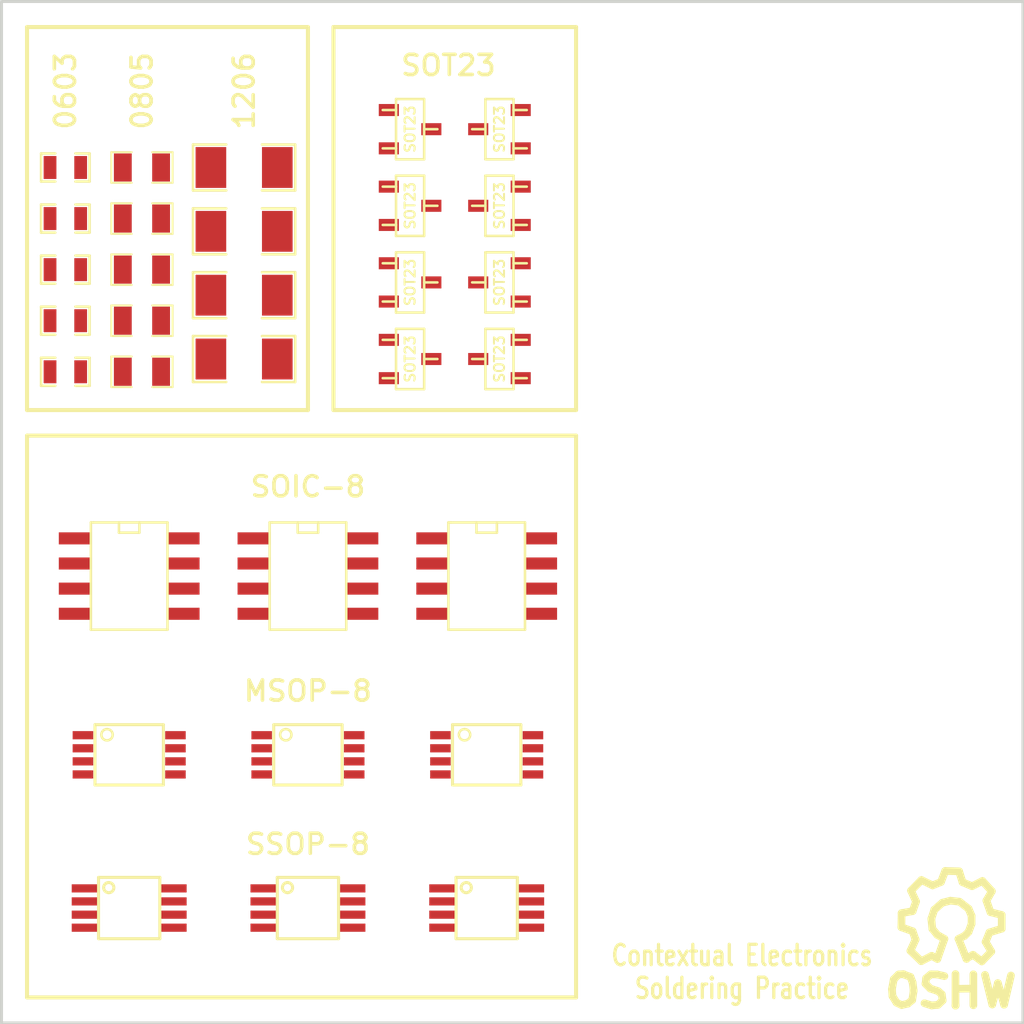
<source format=kicad_pcb>
(kicad_pcb (version 3) (host pcbnew "(2014-01-10 BZR 4619)-product")

  (general
    (links 0)
    (no_connects 0)
    (area 152.324999 91.364999 224.998282 145.19402)
    (thickness 1.6)
    (drawings 24)
    (tracks 0)
    (zones 0)
    (modules 32)
    (nets 1)
  )

  (page A3)
  (layers
    (15 F.Cu signal)
    (0 B.Cu signal)
    (16 B.Adhes user)
    (17 F.Adhes user)
    (18 B.Paste user)
    (19 F.Paste user)
    (20 B.SilkS user)
    (21 F.SilkS user)
    (22 B.Mask user)
    (23 F.Mask user)
    (24 Dwgs.User user)
    (25 Cmts.User user)
    (26 Eco1.User user)
    (27 Eco2.User user)
    (28 Edge.Cuts user)
  )

  (setup
    (last_trace_width 0.254)
    (trace_clearance 0.254)
    (zone_clearance 0.508)
    (zone_45_only no)
    (trace_min 0.254)
    (segment_width 0.2)
    (edge_width 0.15)
    (via_size 0.889)
    (via_drill 0.635)
    (via_min_size 0.889)
    (via_min_drill 0.508)
    (uvia_size 0.508)
    (uvia_drill 0.127)
    (uvias_allowed no)
    (uvia_min_size 0.508)
    (uvia_min_drill 0.127)
    (pcb_text_width 0.3)
    (pcb_text_size 1 1)
    (mod_edge_width 0.15)
    (mod_text_size 1 1)
    (mod_text_width 0.15)
    (pad_size 1 1)
    (pad_drill 0.6)
    (pad_to_mask_clearance 0)
    (aux_axis_origin 0 0)
    (visible_elements 7FFFFF7F)
    (pcbplotparams
      (layerselection 3178497)
      (usegerberextensions true)
      (excludeedgelayer true)
      (linewidth 0.150000)
      (plotframeref false)
      (viasonmask false)
      (mode 1)
      (useauxorigin false)
      (hpglpennumber 1)
      (hpglpenspeed 20)
      (hpglpendiameter 15)
      (hpglpenoverlay 2)
      (psnegative false)
      (psa4output false)
      (plotreference true)
      (plotvalue true)
      (plotothertext true)
      (plotinvisibletext false)
      (padsonsilk false)
      (subtractmaskfromsilk false)
      (outputformat 1)
      (mirror false)
      (drillshape 1)
      (scaleselection 1)
      (outputdirectory ""))
  )

  (net 0 "")

  (net_class Default "This is the default net class."
    (clearance 0.254)
    (trace_width 0.254)
    (via_dia 0.889)
    (via_drill 0.635)
    (uvia_dia 0.508)
    (uvia_drill 0.127)
    (add_net "")
  )

  (module SSOP_Packages:SSOP-8 (layer F.Cu) (tedit 52E81559) (tstamp 52EB4C52)
    (at 176.53 136.525 270)
    (descr "SSOP 8 pads")
    (tags SSOP)
    (attr smd)
    (fp_text reference SSOP-8 (at 0 0.508 270) (layer F.SilkS) hide
      (effects (font (size 0.8 0.8) (thickness 0.12)))
    )
    (fp_text value Val** (at 0 -0.762 270) (layer F.SilkS) hide
      (effects (font (size 0.5 0.508) (thickness 0.12)))
    )
    (fp_circle (center -1.016 1.016) (end -1.016 0.762) (layer F.SilkS) (width 0.1524))
    (fp_line (start 1.524 1.524) (end -1.524 1.524) (layer F.SilkS) (width 0.1524))
    (fp_line (start -1.524 1.524) (end -1.524 -1.524) (layer F.SilkS) (width 0.1524))
    (fp_line (start -1.524 -1.524) (end 1.524 -1.524) (layer F.SilkS) (width 0.1524))
    (fp_line (start 1.524 -1.524) (end 1.524 1.524) (layer F.SilkS) (width 0.1524))
    (pad 1 smd rect (at -0.9779 2.2225 270) (size 0.4064 1.27) (layers F.Cu F.Paste F.Mask))
    (pad 2 smd rect (at -0.3302 2.2225 270) (size 0.4064 1.27) (layers F.Cu F.Paste F.Mask))
    (pad 3 smd rect (at 0.3302 2.2225 270) (size 0.4064 1.27) (layers F.Cu F.Paste F.Mask))
    (pad 4 smd rect (at 0.9779 2.2225 270) (size 0.4064 1.27) (layers F.Cu F.Paste F.Mask))
    (pad 5 smd rect (at 0.9779 -2.2225 270) (size 0.4064 1.27) (layers F.Cu F.Paste F.Mask))
    (pad 6 smd rect (at 0.3302 -2.2225 270) (size 0.4064 1.27) (layers F.Cu F.Paste F.Mask))
    (pad 7 smd rect (at -0.3302 -2.2225 270) (size 0.4064 1.27) (layers F.Cu F.Paste F.Mask))
    (pad 8 smd rect (at -0.9779 -2.2225 270) (size 0.4064 1.27) (layers F.Cu F.Paste F.Mask))
    (model smd/cms_so8.wrl
      (at (xyz 0 0 0))
      (scale (xyz 0.25 0.25 0.25))
      (rotate (xyz 0 0 0))
    )
  )

  (module SSOP_Packages:SSOP-8 (layer F.Cu) (tedit 52E81559) (tstamp 52EB4C31)
    (at 167.64 136.525 270)
    (descr "SSOP 8 pads")
    (tags SSOP)
    (attr smd)
    (fp_text reference SSOP-8 (at 0 0.508 270) (layer F.SilkS) hide
      (effects (font (size 0.8 0.8) (thickness 0.12)))
    )
    (fp_text value Val** (at 0 -0.762 270) (layer F.SilkS) hide
      (effects (font (size 0.5 0.508) (thickness 0.12)))
    )
    (fp_circle (center -1.016 1.016) (end -1.016 0.762) (layer F.SilkS) (width 0.1524))
    (fp_line (start 1.524 1.524) (end -1.524 1.524) (layer F.SilkS) (width 0.1524))
    (fp_line (start -1.524 1.524) (end -1.524 -1.524) (layer F.SilkS) (width 0.1524))
    (fp_line (start -1.524 -1.524) (end 1.524 -1.524) (layer F.SilkS) (width 0.1524))
    (fp_line (start 1.524 -1.524) (end 1.524 1.524) (layer F.SilkS) (width 0.1524))
    (pad 1 smd rect (at -0.9779 2.2225 270) (size 0.4064 1.27) (layers F.Cu F.Paste F.Mask))
    (pad 2 smd rect (at -0.3302 2.2225 270) (size 0.4064 1.27) (layers F.Cu F.Paste F.Mask))
    (pad 3 smd rect (at 0.3302 2.2225 270) (size 0.4064 1.27) (layers F.Cu F.Paste F.Mask))
    (pad 4 smd rect (at 0.9779 2.2225 270) (size 0.4064 1.27) (layers F.Cu F.Paste F.Mask))
    (pad 5 smd rect (at 0.9779 -2.2225 270) (size 0.4064 1.27) (layers F.Cu F.Paste F.Mask))
    (pad 6 smd rect (at 0.3302 -2.2225 270) (size 0.4064 1.27) (layers F.Cu F.Paste F.Mask))
    (pad 7 smd rect (at -0.3302 -2.2225 270) (size 0.4064 1.27) (layers F.Cu F.Paste F.Mask))
    (pad 8 smd rect (at -0.9779 -2.2225 270) (size 0.4064 1.27) (layers F.Cu F.Paste F.Mask))
    (model smd/cms_so8.wrl
      (at (xyz 0 0 0))
      (scale (xyz 0.25 0.25 0.25))
      (rotate (xyz 0 0 0))
    )
  )

  (module SSOP_Packages:MSOP-8 (layer F.Cu) (tedit 52E814E2) (tstamp 52EB4BB6)
    (at 176.53 128.905 270)
    (descr MSOIC-8)
    (attr smd)
    (fp_text reference MSOP-8 (at 0 -0.70104 270) (layer F.SilkS) hide
      (effects (font (size 0.4 0.4) (thickness 0.1)))
    )
    (fp_text value U*** (at 0 0.4 270) (layer F.SilkS) hide
      (effects (font (size 0.6 0.6) (thickness 0.12)))
    )
    (fp_line (start -1.5 -1.7) (end 1.5 -1.7) (layer F.SilkS) (width 0.15))
    (fp_line (start 1.5 -1.7) (end 1.5 1.7) (layer F.SilkS) (width 0.15))
    (fp_line (start 1.5 1.7) (end -1.5 1.7) (layer F.SilkS) (width 0.15))
    (fp_line (start -1.5 1.7) (end -1.5 -1.7) (layer F.SilkS) (width 0.15))
    (fp_circle (center -0.99916 1.1017) (end -1.19982 1.29982) (layer F.SilkS) (width 0.127))
    (pad 1 smd rect (at -0.97536 2.30124 270) (size 0.40894 1.02108) (layers F.Cu F.Paste F.Mask))
    (pad 2 smd rect (at -0.32512 2.30124 270) (size 0.40894 1.02108) (layers F.Cu F.Paste F.Mask))
    (pad 3 smd rect (at 0.32512 2.30124 270) (size 0.40894 1.02108) (layers F.Cu F.Paste F.Mask))
    (pad 4 smd rect (at 0.97536 2.30124 270) (size 0.40894 1.02108) (layers F.Cu F.Paste F.Mask))
    (pad 5 smd rect (at 0.97536 -2.30124 270) (size 0.40894 1.02108) (layers F.Cu F.Paste F.Mask))
    (pad 6 smd rect (at 0.32512 -2.30124 270) (size 0.40894 1.02108) (layers F.Cu F.Paste F.Mask))
    (pad 7 smd rect (at -0.32512 -2.30124 270) (size 0.40894 1.02108) (layers F.Cu F.Paste F.Mask))
    (pad 8 smd rect (at -0.97536 -2.30124 270) (size 0.40894 1.02108) (layers F.Cu F.Paste F.Mask))
    (model smd/smd_dil/msoic-8.wrl
      (at (xyz 0 0 0))
      (scale (xyz 1 1 1))
      (rotate (xyz 0 0 0))
    )
  )

  (module SSOP_Packages:MSOP-8 (layer F.Cu) (tedit 52E814E2) (tstamp 52EB4B73)
    (at 167.64 128.905 270)
    (descr MSOIC-8)
    (attr smd)
    (fp_text reference MSOP-8 (at 0 -0.70104 270) (layer F.SilkS) hide
      (effects (font (size 0.4 0.4) (thickness 0.1)))
    )
    (fp_text value U*** (at 0 0.4 270) (layer F.SilkS) hide
      (effects (font (size 0.6 0.6) (thickness 0.12)))
    )
    (fp_line (start -1.5 -1.7) (end 1.5 -1.7) (layer F.SilkS) (width 0.15))
    (fp_line (start 1.5 -1.7) (end 1.5 1.7) (layer F.SilkS) (width 0.15))
    (fp_line (start 1.5 1.7) (end -1.5 1.7) (layer F.SilkS) (width 0.15))
    (fp_line (start -1.5 1.7) (end -1.5 -1.7) (layer F.SilkS) (width 0.15))
    (fp_circle (center -0.99916 1.1017) (end -1.19982 1.29982) (layer F.SilkS) (width 0.127))
    (pad 1 smd rect (at -0.97536 2.30124 270) (size 0.40894 1.02108) (layers F.Cu F.Paste F.Mask))
    (pad 2 smd rect (at -0.32512 2.30124 270) (size 0.40894 1.02108) (layers F.Cu F.Paste F.Mask))
    (pad 3 smd rect (at 0.32512 2.30124 270) (size 0.40894 1.02108) (layers F.Cu F.Paste F.Mask))
    (pad 4 smd rect (at 0.97536 2.30124 270) (size 0.40894 1.02108) (layers F.Cu F.Paste F.Mask))
    (pad 5 smd rect (at 0.97536 -2.30124 270) (size 0.40894 1.02108) (layers F.Cu F.Paste F.Mask))
    (pad 6 smd rect (at 0.32512 -2.30124 270) (size 0.40894 1.02108) (layers F.Cu F.Paste F.Mask))
    (pad 7 smd rect (at -0.32512 -2.30124 270) (size 0.40894 1.02108) (layers F.Cu F.Paste F.Mask))
    (pad 8 smd rect (at -0.97536 -2.30124 270) (size 0.40894 1.02108) (layers F.Cu F.Paste F.Mask))
    (model smd/smd_dil/msoic-8.wrl
      (at (xyz 0 0 0))
      (scale (xyz 1 1 1))
      (rotate (xyz 0 0 0))
    )
  )

  (module Transistors_SMD:sot23 (layer F.Cu) (tedit 52E810A9) (tstamp 52EAA090)
    (at 172.72 97.79 270)
    (descr SOT23)
    (attr smd)
    (fp_text reference SOT23 (at 0 0 450) (layer F.SilkS)
      (effects (font (size 0.50038 0.50038) (thickness 0.09906)))
    )
    (fp_text value Q*** (at 0 0.09906 270) (layer F.SilkS) hide
      (effects (font (size 0.50038 0.50038) (thickness 0.09906)))
    )
    (fp_line (start 0.9525 0.6985) (end 0.9525 1.3589) (layer F.SilkS) (width 0.127))
    (fp_line (start -0.9525 0.6985) (end -0.9525 1.3589) (layer F.SilkS) (width 0.127))
    (fp_line (start 0 -0.6985) (end 0 -1.3589) (layer F.SilkS) (width 0.127))
    (fp_line (start -1.4986 -0.6985) (end 1.4986 -0.6985) (layer F.SilkS) (width 0.127))
    (fp_line (start 1.4986 -0.6985) (end 1.4986 0.6985) (layer F.SilkS) (width 0.127))
    (fp_line (start 1.4986 0.6985) (end -1.4986 0.6985) (layer F.SilkS) (width 0.127))
    (fp_line (start -1.4986 0.6985) (end -1.4986 -0.6985) (layer F.SilkS) (width 0.127))
    (pad 1 smd rect (at -0.9525 1.05664 270) (size 0.59944 1.00076) (layers F.Cu F.Paste F.Mask))
    (pad 2 smd rect (at 0 -1.05664 270) (size 0.59944 1.00076) (layers F.Cu F.Paste F.Mask))
    (pad 3 smd rect (at 0.9525 1.05664 270) (size 0.59944 1.00076) (layers F.Cu F.Paste F.Mask))
    (model smd/smd_transistors/sot23.wrl
      (at (xyz 0 0 0))
      (scale (xyz 1 1 1))
      (rotate (xyz 0 0 0))
    )
  )

  (module Transistors_SMD:sot23 (layer F.Cu) (tedit 52E80EB1) (tstamp 52EAA083)
    (at 177.165 97.79 90)
    (descr SOT23)
    (attr smd)
    (fp_text reference SOT23 (at 0 0 90) (layer F.SilkS)
      (effects (font (size 0.50038 0.50038) (thickness 0.09906)))
    )
    (fp_text value Q*** (at 0 0.09906 90) (layer F.SilkS) hide
      (effects (font (size 0.50038 0.50038) (thickness 0.09906)))
    )
    (fp_line (start 0.9525 0.6985) (end 0.9525 1.3589) (layer F.SilkS) (width 0.127))
    (fp_line (start -0.9525 0.6985) (end -0.9525 1.3589) (layer F.SilkS) (width 0.127))
    (fp_line (start 0 -0.6985) (end 0 -1.3589) (layer F.SilkS) (width 0.127))
    (fp_line (start -1.4986 -0.6985) (end 1.4986 -0.6985) (layer F.SilkS) (width 0.127))
    (fp_line (start 1.4986 -0.6985) (end 1.4986 0.6985) (layer F.SilkS) (width 0.127))
    (fp_line (start 1.4986 0.6985) (end -1.4986 0.6985) (layer F.SilkS) (width 0.127))
    (fp_line (start -1.4986 0.6985) (end -1.4986 -0.6985) (layer F.SilkS) (width 0.127))
    (pad 1 smd rect (at -0.9525 1.05664 90) (size 0.59944 1.00076) (layers F.Cu F.Paste F.Mask))
    (pad 2 smd rect (at 0 -1.05664 90) (size 0.59944 1.00076) (layers F.Cu F.Paste F.Mask))
    (pad 3 smd rect (at 0.9525 1.05664 90) (size 0.59944 1.00076) (layers F.Cu F.Paste F.Mask))
    (model smd/smd_transistors/sot23.wrl
      (at (xyz 0 0 0))
      (scale (xyz 1 1 1))
      (rotate (xyz 0 0 0))
    )
  )

  (module Transistors_SMD:sot23 (layer F.Cu) (tedit 52E80EB1) (tstamp 52EAA018)
    (at 177.165 101.6 90)
    (descr SOT23)
    (attr smd)
    (fp_text reference SOT23 (at 0 0 90) (layer F.SilkS)
      (effects (font (size 0.50038 0.50038) (thickness 0.09906)))
    )
    (fp_text value Q*** (at 0 0.09906 90) (layer F.SilkS) hide
      (effects (font (size 0.50038 0.50038) (thickness 0.09906)))
    )
    (fp_line (start 0.9525 0.6985) (end 0.9525 1.3589) (layer F.SilkS) (width 0.127))
    (fp_line (start -0.9525 0.6985) (end -0.9525 1.3589) (layer F.SilkS) (width 0.127))
    (fp_line (start 0 -0.6985) (end 0 -1.3589) (layer F.SilkS) (width 0.127))
    (fp_line (start -1.4986 -0.6985) (end 1.4986 -0.6985) (layer F.SilkS) (width 0.127))
    (fp_line (start 1.4986 -0.6985) (end 1.4986 0.6985) (layer F.SilkS) (width 0.127))
    (fp_line (start 1.4986 0.6985) (end -1.4986 0.6985) (layer F.SilkS) (width 0.127))
    (fp_line (start -1.4986 0.6985) (end -1.4986 -0.6985) (layer F.SilkS) (width 0.127))
    (pad 1 smd rect (at -0.9525 1.05664 90) (size 0.59944 1.00076) (layers F.Cu F.Paste F.Mask))
    (pad 2 smd rect (at 0 -1.05664 90) (size 0.59944 1.00076) (layers F.Cu F.Paste F.Mask))
    (pad 3 smd rect (at 0.9525 1.05664 90) (size 0.59944 1.00076) (layers F.Cu F.Paste F.Mask))
    (model smd/smd_transistors/sot23.wrl
      (at (xyz 0 0 0))
      (scale (xyz 1 1 1))
      (rotate (xyz 0 0 0))
    )
  )

  (module Transistors_SMD:sot23 (layer F.Cu) (tedit 52E810A9) (tstamp 52EAA00B)
    (at 172.72 101.6 270)
    (descr SOT23)
    (attr smd)
    (fp_text reference SOT23 (at 0 0 450) (layer F.SilkS)
      (effects (font (size 0.50038 0.50038) (thickness 0.09906)))
    )
    (fp_text value Q*** (at 0 0.09906 270) (layer F.SilkS) hide
      (effects (font (size 0.50038 0.50038) (thickness 0.09906)))
    )
    (fp_line (start 0.9525 0.6985) (end 0.9525 1.3589) (layer F.SilkS) (width 0.127))
    (fp_line (start -0.9525 0.6985) (end -0.9525 1.3589) (layer F.SilkS) (width 0.127))
    (fp_line (start 0 -0.6985) (end 0 -1.3589) (layer F.SilkS) (width 0.127))
    (fp_line (start -1.4986 -0.6985) (end 1.4986 -0.6985) (layer F.SilkS) (width 0.127))
    (fp_line (start 1.4986 -0.6985) (end 1.4986 0.6985) (layer F.SilkS) (width 0.127))
    (fp_line (start 1.4986 0.6985) (end -1.4986 0.6985) (layer F.SilkS) (width 0.127))
    (fp_line (start -1.4986 0.6985) (end -1.4986 -0.6985) (layer F.SilkS) (width 0.127))
    (pad 1 smd rect (at -0.9525 1.05664 270) (size 0.59944 1.00076) (layers F.Cu F.Paste F.Mask))
    (pad 2 smd rect (at 0 -1.05664 270) (size 0.59944 1.00076) (layers F.Cu F.Paste F.Mask))
    (pad 3 smd rect (at 0.9525 1.05664 270) (size 0.59944 1.00076) (layers F.Cu F.Paste F.Mask))
    (model smd/smd_transistors/sot23.wrl
      (at (xyz 0 0 0))
      (scale (xyz 1 1 1))
      (rotate (xyz 0 0 0))
    )
  )

  (module SMD_Packages:SM0805 (layer F.Cu) (tedit 52E81035) (tstamp 52E8626B)
    (at 159.385 109.855)
    (attr smd)
    (fp_text reference SM0805 (at 0 -0.3175) (layer F.SilkS) hide
      (effects (font (size 0.50038 0.50038) (thickness 0.10922)))
    )
    (fp_text value Val* (at 0 0.635) (layer F.SilkS) hide
      (effects (font (size 0.50038 0.50038) (thickness 0.10922)))
    )
    (fp_line (start -0.508 0.762) (end -1.524 0.762) (layer F.SilkS) (width 0.09906))
    (fp_line (start -1.524 0.762) (end -1.524 -0.762) (layer F.SilkS) (width 0.09906))
    (fp_line (start -1.524 -0.762) (end -0.508 -0.762) (layer F.SilkS) (width 0.09906))
    (fp_line (start 0.508 -0.762) (end 1.524 -0.762) (layer F.SilkS) (width 0.09906))
    (fp_line (start 1.524 -0.762) (end 1.524 0.762) (layer F.SilkS) (width 0.09906))
    (fp_line (start 1.524 0.762) (end 0.508 0.762) (layer F.SilkS) (width 0.09906))
    (pad 1 smd rect (at -0.9525 0) (size 0.889 1.397) (layers F.Cu F.Paste F.Mask))
    (pad 2 smd rect (at 0.9525 0) (size 0.889 1.397) (layers F.Cu F.Paste F.Mask))
    (model smd/chip_cms.wrl
      (at (xyz 0 0 0))
      (scale (xyz 0.1 0.1 0.1))
      (rotate (xyz 0 0 0))
    )
  )

  (module SMD_Packages:SM0805 (layer F.Cu) (tedit 52E81024) (tstamp 52E862B7)
    (at 159.385 107.315)
    (attr smd)
    (fp_text reference SM0805 (at 0 -0.3175) (layer F.SilkS) hide
      (effects (font (size 0.50038 0.50038) (thickness 0.10922)))
    )
    (fp_text value Val* (at 0 0.381) (layer F.SilkS) hide
      (effects (font (size 0.50038 0.50038) (thickness 0.10922)))
    )
    (fp_line (start -0.508 0.762) (end -1.524 0.762) (layer F.SilkS) (width 0.09906))
    (fp_line (start -1.524 0.762) (end -1.524 -0.762) (layer F.SilkS) (width 0.09906))
    (fp_line (start -1.524 -0.762) (end -0.508 -0.762) (layer F.SilkS) (width 0.09906))
    (fp_line (start 0.508 -0.762) (end 1.524 -0.762) (layer F.SilkS) (width 0.09906))
    (fp_line (start 1.524 -0.762) (end 1.524 0.762) (layer F.SilkS) (width 0.09906))
    (fp_line (start 1.524 0.762) (end 0.508 0.762) (layer F.SilkS) (width 0.09906))
    (pad 1 smd rect (at -0.9525 0) (size 0.889 1.397) (layers F.Cu F.Paste F.Mask))
    (pad 2 smd rect (at 0.9525 0) (size 0.889 1.397) (layers F.Cu F.Paste F.Mask))
    (model smd/chip_cms.wrl
      (at (xyz 0 0 0))
      (scale (xyz 0.1 0.1 0.1))
      (rotate (xyz 0 0 0))
    )
  )

  (module SMD_Packages:SM0805 (layer F.Cu) (tedit 52E81015) (tstamp 52E8629E)
    (at 159.385 104.775)
    (attr smd)
    (fp_text reference SM0805 (at 0 -0.3175) (layer F.SilkS) hide
      (effects (font (size 0.50038 0.50038) (thickness 0.10922)))
    )
    (fp_text value Val* (at 0 0.381) (layer F.SilkS) hide
      (effects (font (size 0.50038 0.50038) (thickness 0.10922)))
    )
    (fp_line (start -0.508 0.762) (end -1.524 0.762) (layer F.SilkS) (width 0.09906))
    (fp_line (start -1.524 0.762) (end -1.524 -0.762) (layer F.SilkS) (width 0.09906))
    (fp_line (start -1.524 -0.762) (end -0.508 -0.762) (layer F.SilkS) (width 0.09906))
    (fp_line (start 0.508 -0.762) (end 1.524 -0.762) (layer F.SilkS) (width 0.09906))
    (fp_line (start 1.524 -0.762) (end 1.524 0.762) (layer F.SilkS) (width 0.09906))
    (fp_line (start 1.524 0.762) (end 0.508 0.762) (layer F.SilkS) (width 0.09906))
    (pad 1 smd rect (at -0.9525 0) (size 0.889 1.397) (layers F.Cu F.Paste F.Mask))
    (pad 2 smd rect (at 0.9525 0) (size 0.889 1.397) (layers F.Cu F.Paste F.Mask))
    (model smd/chip_cms.wrl
      (at (xyz 0 0 0))
      (scale (xyz 0.1 0.1 0.1))
      (rotate (xyz 0 0 0))
    )
  )

  (module SMD_Packages:SM0805 (layer F.Cu) (tedit 52E81008) (tstamp 52E86285)
    (at 159.385 102.235)
    (attr smd)
    (fp_text reference SM0805 (at 0 -0.3175) (layer F.SilkS) hide
      (effects (font (size 0.50038 0.50038) (thickness 0.10922)))
    )
    (fp_text value Val* (at 0 0.381) (layer F.SilkS) hide
      (effects (font (size 0.50038 0.50038) (thickness 0.10922)))
    )
    (fp_line (start -0.508 0.762) (end -1.524 0.762) (layer F.SilkS) (width 0.09906))
    (fp_line (start -1.524 0.762) (end -1.524 -0.762) (layer F.SilkS) (width 0.09906))
    (fp_line (start -1.524 -0.762) (end -0.508 -0.762) (layer F.SilkS) (width 0.09906))
    (fp_line (start 0.508 -0.762) (end 1.524 -0.762) (layer F.SilkS) (width 0.09906))
    (fp_line (start 1.524 -0.762) (end 1.524 0.762) (layer F.SilkS) (width 0.09906))
    (fp_line (start 1.524 0.762) (end 0.508 0.762) (layer F.SilkS) (width 0.09906))
    (pad 1 smd rect (at -0.9525 0) (size 0.889 1.397) (layers F.Cu F.Paste F.Mask))
    (pad 2 smd rect (at 0.9525 0) (size 0.889 1.397) (layers F.Cu F.Paste F.Mask))
    (model smd/chip_cms.wrl
      (at (xyz 0 0 0))
      (scale (xyz 0.1 0.1 0.1))
      (rotate (xyz 0 0 0))
    )
  )

  (module SMD_Packages:SM0805 (layer F.Cu) (tedit 52E80FF6) (tstamp 52E86222)
    (at 159.385 99.695)
    (attr smd)
    (fp_text reference SM0805 (at 0 -0.3175) (layer F.SilkS) hide
      (effects (font (size 0.50038 0.50038) (thickness 0.10922)))
    )
    (fp_text value Val* (at 0 2.54) (layer F.SilkS) hide
      (effects (font (size 0.50038 0.50038) (thickness 0.10922)))
    )
    (fp_line (start -0.508 0.762) (end -1.524 0.762) (layer F.SilkS) (width 0.09906))
    (fp_line (start -1.524 0.762) (end -1.524 -0.762) (layer F.SilkS) (width 0.09906))
    (fp_line (start -1.524 -0.762) (end -0.508 -0.762) (layer F.SilkS) (width 0.09906))
    (fp_line (start 0.508 -0.762) (end 1.524 -0.762) (layer F.SilkS) (width 0.09906))
    (fp_line (start 1.524 -0.762) (end 1.524 0.762) (layer F.SilkS) (width 0.09906))
    (fp_line (start 1.524 0.762) (end 0.508 0.762) (layer F.SilkS) (width 0.09906))
    (pad 1 smd rect (at -0.9525 0) (size 0.889 1.397) (layers F.Cu F.Paste F.Mask))
    (pad 2 smd rect (at 0.9525 0) (size 0.889 1.397) (layers F.Cu F.Paste F.Mask))
    (model smd/chip_cms.wrl
      (at (xyz 0 0 0))
      (scale (xyz 0.1 0.1 0.1))
      (rotate (xyz 0 0 0))
    )
  )

  (module SMD_Packages:SM1206 (layer F.Cu) (tedit 52E80E72) (tstamp 52E88D1E)
    (at 164.465 99.695)
    (attr smd)
    (fp_text reference SM1206 (at 0 0) (layer F.SilkS) hide
      (effects (font (size 0.762 0.762) (thickness 0.127)))
    )
    (fp_text value Val** (at 0 0) (layer F.SilkS) hide
      (effects (font (size 0.762 0.762) (thickness 0.127)))
    )
    (fp_line (start -2.54 -1.143) (end -2.54 1.143) (layer F.SilkS) (width 0.127))
    (fp_line (start -2.54 1.143) (end -0.889 1.143) (layer F.SilkS) (width 0.127))
    (fp_line (start 0.889 -1.143) (end 2.54 -1.143) (layer F.SilkS) (width 0.127))
    (fp_line (start 2.54 -1.143) (end 2.54 1.143) (layer F.SilkS) (width 0.127))
    (fp_line (start 2.54 1.143) (end 0.889 1.143) (layer F.SilkS) (width 0.127))
    (fp_line (start -0.889 -1.143) (end -2.54 -1.143) (layer F.SilkS) (width 0.127))
    (pad 1 smd rect (at -1.651 0) (size 1.524 2.032) (layers F.Cu F.Paste F.Mask))
    (pad 2 smd rect (at 1.651 0) (size 1.524 2.032) (layers F.Cu F.Paste F.Mask))
    (model smd/chip_cms.wrl
      (at (xyz 0 0 0))
      (scale (xyz 0.17 0.16 0.16))
      (rotate (xyz 0 0 0))
    )
  )

  (module SMD_Packages:SM1206 (layer F.Cu) (tedit 52E80E9A) (tstamp 52E88E4E)
    (at 164.465 102.87)
    (attr smd)
    (fp_text reference SM1206 (at 0 0) (layer F.SilkS) hide
      (effects (font (size 0.762 0.762) (thickness 0.127)))
    )
    (fp_text value Val** (at 0 0) (layer F.SilkS) hide
      (effects (font (size 0.762 0.762) (thickness 0.127)))
    )
    (fp_line (start -2.54 -1.143) (end -2.54 1.143) (layer F.SilkS) (width 0.127))
    (fp_line (start -2.54 1.143) (end -0.889 1.143) (layer F.SilkS) (width 0.127))
    (fp_line (start 0.889 -1.143) (end 2.54 -1.143) (layer F.SilkS) (width 0.127))
    (fp_line (start 2.54 -1.143) (end 2.54 1.143) (layer F.SilkS) (width 0.127))
    (fp_line (start 2.54 1.143) (end 0.889 1.143) (layer F.SilkS) (width 0.127))
    (fp_line (start -0.889 -1.143) (end -2.54 -1.143) (layer F.SilkS) (width 0.127))
    (pad 1 smd rect (at -1.651 0) (size 1.524 2.032) (layers F.Cu F.Paste F.Mask))
    (pad 2 smd rect (at 1.651 0) (size 1.524 2.032) (layers F.Cu F.Paste F.Mask))
    (model smd/chip_cms.wrl
      (at (xyz 0 0 0))
      (scale (xyz 0.17 0.16 0.16))
      (rotate (xyz 0 0 0))
    )
  )

  (module SMD_Packages:SM1206 (layer F.Cu) (tedit 52E80EA1) (tstamp 52E88E65)
    (at 164.465 106.045)
    (attr smd)
    (fp_text reference SM1206 (at 0 0) (layer F.SilkS) hide
      (effects (font (size 0.762 0.762) (thickness 0.127)))
    )
    (fp_text value Val** (at 0 0) (layer F.SilkS) hide
      (effects (font (size 0.762 0.762) (thickness 0.127)))
    )
    (fp_line (start -2.54 -1.143) (end -2.54 1.143) (layer F.SilkS) (width 0.127))
    (fp_line (start -2.54 1.143) (end -0.889 1.143) (layer F.SilkS) (width 0.127))
    (fp_line (start 0.889 -1.143) (end 2.54 -1.143) (layer F.SilkS) (width 0.127))
    (fp_line (start 2.54 -1.143) (end 2.54 1.143) (layer F.SilkS) (width 0.127))
    (fp_line (start 2.54 1.143) (end 0.889 1.143) (layer F.SilkS) (width 0.127))
    (fp_line (start -0.889 -1.143) (end -2.54 -1.143) (layer F.SilkS) (width 0.127))
    (pad 1 smd rect (at -1.651 0) (size 1.524 2.032) (layers F.Cu F.Paste F.Mask))
    (pad 2 smd rect (at 1.651 0) (size 1.524 2.032) (layers F.Cu F.Paste F.Mask))
    (model smd/chip_cms.wrl
      (at (xyz 0 0 0))
      (scale (xyz 0.17 0.16 0.16))
      (rotate (xyz 0 0 0))
    )
  )

  (module SMD_Packages:SM1206 (layer F.Cu) (tedit 52E80EA6) (tstamp 52E88E7C)
    (at 164.465 109.22)
    (attr smd)
    (fp_text reference SM1206 (at 0 0) (layer F.SilkS) hide
      (effects (font (size 0.762 0.762) (thickness 0.127)))
    )
    (fp_text value Val** (at 0 0) (layer F.SilkS) hide
      (effects (font (size 0.762 0.762) (thickness 0.127)))
    )
    (fp_line (start -2.54 -1.143) (end -2.54 1.143) (layer F.SilkS) (width 0.127))
    (fp_line (start -2.54 1.143) (end -0.889 1.143) (layer F.SilkS) (width 0.127))
    (fp_line (start 0.889 -1.143) (end 2.54 -1.143) (layer F.SilkS) (width 0.127))
    (fp_line (start 2.54 -1.143) (end 2.54 1.143) (layer F.SilkS) (width 0.127))
    (fp_line (start 2.54 1.143) (end 0.889 1.143) (layer F.SilkS) (width 0.127))
    (fp_line (start -0.889 -1.143) (end -2.54 -1.143) (layer F.SilkS) (width 0.127))
    (pad 1 smd rect (at -1.651 0) (size 1.524 2.032) (layers F.Cu F.Paste F.Mask))
    (pad 2 smd rect (at 1.651 0) (size 1.524 2.032) (layers F.Cu F.Paste F.Mask))
    (model smd/chip_cms.wrl
      (at (xyz 0 0 0))
      (scale (xyz 0.17 0.16 0.16))
      (rotate (xyz 0 0 0))
    )
  )

  (module SMD_Packages:SM0603_Resistor (layer F.Cu) (tedit 52E80F94) (tstamp 52EA5D20)
    (at 155.575 99.695)
    (attr smd)
    (fp_text reference SM0603_resistor (at 0.0635 -0.0635 90) (layer F.SilkS) hide
      (effects (font (size 0.50038 0.4572) (thickness 0.1143)))
    )
    (fp_text value Val** (at -1.69926 0 90) (layer F.SilkS) hide
      (effects (font (size 0.508 0.4572) (thickness 0.1143)))
    )
    (fp_line (start -0.50038 -0.6985) (end -1.2065 -0.6985) (layer F.SilkS) (width 0.127))
    (fp_line (start -1.2065 -0.6985) (end -1.2065 0.6985) (layer F.SilkS) (width 0.127))
    (fp_line (start -1.2065 0.6985) (end -0.50038 0.6985) (layer F.SilkS) (width 0.127))
    (fp_line (start 1.2065 -0.6985) (end 0.50038 -0.6985) (layer F.SilkS) (width 0.127))
    (fp_line (start 1.2065 -0.6985) (end 1.2065 0.6985) (layer F.SilkS) (width 0.127))
    (fp_line (start 1.2065 0.6985) (end 0.50038 0.6985) (layer F.SilkS) (width 0.127))
    (pad 1 smd rect (at -0.762 0) (size 0.635 1.143) (layers F.Cu F.Paste F.Mask))
    (pad 2 smd rect (at 0.762 0) (size 0.635 1.143) (layers F.Cu F.Paste F.Mask))
    (model smd\resistors\R0603.wrl
      (at (xyz 0 0 0.001))
      (scale (xyz 0.5 0.5 0.5))
      (rotate (xyz 0 0 0))
    )
  )

  (module SMD_Packages:SM0603_Resistor (layer F.Cu) (tedit 52E80FCB) (tstamp 52EA5D71)
    (at 155.575 102.235)
    (attr smd)
    (fp_text reference SM0603_resistor (at 0.0635 -0.0635 90) (layer F.SilkS) hide
      (effects (font (size 0.50038 0.4572) (thickness 0.1143)))
    )
    (fp_text value Val** (at -1.69926 0 90) (layer F.SilkS) hide
      (effects (font (size 0.508 0.4572) (thickness 0.1143)))
    )
    (fp_line (start -0.50038 -0.6985) (end -1.2065 -0.6985) (layer F.SilkS) (width 0.127))
    (fp_line (start -1.2065 -0.6985) (end -1.2065 0.6985) (layer F.SilkS) (width 0.127))
    (fp_line (start -1.2065 0.6985) (end -0.50038 0.6985) (layer F.SilkS) (width 0.127))
    (fp_line (start 1.2065 -0.6985) (end 0.50038 -0.6985) (layer F.SilkS) (width 0.127))
    (fp_line (start 1.2065 -0.6985) (end 1.2065 0.6985) (layer F.SilkS) (width 0.127))
    (fp_line (start 1.2065 0.6985) (end 0.50038 0.6985) (layer F.SilkS) (width 0.127))
    (pad 1 smd rect (at -0.762 0) (size 0.635 1.143) (layers F.Cu F.Paste F.Mask))
    (pad 2 smd rect (at 0.762 0) (size 0.635 1.143) (layers F.Cu F.Paste F.Mask))
    (model smd\resistors\R0603.wrl
      (at (xyz 0 0 0.001))
      (scale (xyz 0.5 0.5 0.5))
      (rotate (xyz 0 0 0))
    )
  )

  (module SMD_Packages:SM0603_Resistor (layer F.Cu) (tedit 52E80FD3) (tstamp 52EA5D88)
    (at 155.575 104.775)
    (attr smd)
    (fp_text reference SM0603_resistor (at 0.0635 -0.0635 90) (layer F.SilkS) hide
      (effects (font (size 0.50038 0.4572) (thickness 0.1143)))
    )
    (fp_text value Val** (at -1.69926 0 90) (layer F.SilkS) hide
      (effects (font (size 0.508 0.4572) (thickness 0.1143)))
    )
    (fp_line (start -0.50038 -0.6985) (end -1.2065 -0.6985) (layer F.SilkS) (width 0.127))
    (fp_line (start -1.2065 -0.6985) (end -1.2065 0.6985) (layer F.SilkS) (width 0.127))
    (fp_line (start -1.2065 0.6985) (end -0.50038 0.6985) (layer F.SilkS) (width 0.127))
    (fp_line (start 1.2065 -0.6985) (end 0.50038 -0.6985) (layer F.SilkS) (width 0.127))
    (fp_line (start 1.2065 -0.6985) (end 1.2065 0.6985) (layer F.SilkS) (width 0.127))
    (fp_line (start 1.2065 0.6985) (end 0.50038 0.6985) (layer F.SilkS) (width 0.127))
    (pad 1 smd rect (at -0.762 0) (size 0.635 1.143) (layers F.Cu F.Paste F.Mask))
    (pad 2 smd rect (at 0.762 0) (size 0.635 1.143) (layers F.Cu F.Paste F.Mask))
    (model smd\resistors\R0603.wrl
      (at (xyz 0 0 0.001))
      (scale (xyz 0.5 0.5 0.5))
      (rotate (xyz 0 0 0))
    )
  )

  (module SMD_Packages:SM0603_Resistor (layer F.Cu) (tedit 52E80FDC) (tstamp 52EA5D9F)
    (at 155.575 107.315)
    (attr smd)
    (fp_text reference SM0603_resistor (at 0.0635 -0.0635 90) (layer F.SilkS) hide
      (effects (font (size 0.50038 0.4572) (thickness 0.1143)))
    )
    (fp_text value Val** (at -1.69926 0 90) (layer F.SilkS) hide
      (effects (font (size 0.508 0.4572) (thickness 0.1143)))
    )
    (fp_line (start -0.50038 -0.6985) (end -1.2065 -0.6985) (layer F.SilkS) (width 0.127))
    (fp_line (start -1.2065 -0.6985) (end -1.2065 0.6985) (layer F.SilkS) (width 0.127))
    (fp_line (start -1.2065 0.6985) (end -0.50038 0.6985) (layer F.SilkS) (width 0.127))
    (fp_line (start 1.2065 -0.6985) (end 0.50038 -0.6985) (layer F.SilkS) (width 0.127))
    (fp_line (start 1.2065 -0.6985) (end 1.2065 0.6985) (layer F.SilkS) (width 0.127))
    (fp_line (start 1.2065 0.6985) (end 0.50038 0.6985) (layer F.SilkS) (width 0.127))
    (pad 1 smd rect (at -0.762 0) (size 0.635 1.143) (layers F.Cu F.Paste F.Mask))
    (pad 2 smd rect (at 0.762 0) (size 0.635 1.143) (layers F.Cu F.Paste F.Mask))
    (model smd\resistors\R0603.wrl
      (at (xyz 0 0 0.001))
      (scale (xyz 0.5 0.5 0.5))
      (rotate (xyz 0 0 0))
    )
  )

  (module SMD_Packages:SM0603_Resistor (layer F.Cu) (tedit 52E80FE4) (tstamp 52EA5DB6)
    (at 155.575 109.855)
    (attr smd)
    (fp_text reference SM0603_resistor (at 0.0635 -0.0635 90) (layer F.SilkS) hide
      (effects (font (size 0.50038 0.4572) (thickness 0.1143)))
    )
    (fp_text value Val** (at -1.69926 0 90) (layer F.SilkS) hide
      (effects (font (size 0.508 0.4572) (thickness 0.1143)))
    )
    (fp_line (start -0.50038 -0.6985) (end -1.2065 -0.6985) (layer F.SilkS) (width 0.127))
    (fp_line (start -1.2065 -0.6985) (end -1.2065 0.6985) (layer F.SilkS) (width 0.127))
    (fp_line (start -1.2065 0.6985) (end -0.50038 0.6985) (layer F.SilkS) (width 0.127))
    (fp_line (start 1.2065 -0.6985) (end 0.50038 -0.6985) (layer F.SilkS) (width 0.127))
    (fp_line (start 1.2065 -0.6985) (end 1.2065 0.6985) (layer F.SilkS) (width 0.127))
    (fp_line (start 1.2065 0.6985) (end 0.50038 0.6985) (layer F.SilkS) (width 0.127))
    (pad 1 smd rect (at -0.762 0) (size 0.635 1.143) (layers F.Cu F.Paste F.Mask))
    (pad 2 smd rect (at 0.762 0) (size 0.635 1.143) (layers F.Cu F.Paste F.Mask))
    (model smd\resistors\R0603.wrl
      (at (xyz 0 0 0.001))
      (scale (xyz 0.5 0.5 0.5))
      (rotate (xyz 0 0 0))
    )
  )

  (module Transistors_SMD:sot23 (layer F.Cu) (tedit 52E810A9) (tstamp 52EA8A4B)
    (at 172.72 105.41 270)
    (descr SOT23)
    (attr smd)
    (fp_text reference SOT23 (at 0 0 450) (layer F.SilkS)
      (effects (font (size 0.50038 0.50038) (thickness 0.09906)))
    )
    (fp_text value Q*** (at 0 0.09906 270) (layer F.SilkS) hide
      (effects (font (size 0.50038 0.50038) (thickness 0.09906)))
    )
    (fp_line (start 0.9525 0.6985) (end 0.9525 1.3589) (layer F.SilkS) (width 0.127))
    (fp_line (start -0.9525 0.6985) (end -0.9525 1.3589) (layer F.SilkS) (width 0.127))
    (fp_line (start 0 -0.6985) (end 0 -1.3589) (layer F.SilkS) (width 0.127))
    (fp_line (start -1.4986 -0.6985) (end 1.4986 -0.6985) (layer F.SilkS) (width 0.127))
    (fp_line (start 1.4986 -0.6985) (end 1.4986 0.6985) (layer F.SilkS) (width 0.127))
    (fp_line (start 1.4986 0.6985) (end -1.4986 0.6985) (layer F.SilkS) (width 0.127))
    (fp_line (start -1.4986 0.6985) (end -1.4986 -0.6985) (layer F.SilkS) (width 0.127))
    (pad 1 smd rect (at -0.9525 1.05664 270) (size 0.59944 1.00076) (layers F.Cu F.Paste F.Mask))
    (pad 2 smd rect (at 0 -1.05664 270) (size 0.59944 1.00076) (layers F.Cu F.Paste F.Mask))
    (pad 3 smd rect (at 0.9525 1.05664 270) (size 0.59944 1.00076) (layers F.Cu F.Paste F.Mask))
    (model smd/smd_transistors/sot23.wrl
      (at (xyz 0 0 0))
      (scale (xyz 1 1 1))
      (rotate (xyz 0 0 0))
    )
  )

  (module Transistors_SMD:sot23 (layer F.Cu) (tedit 52E80EB1) (tstamp 52EA8AC2)
    (at 172.72 109.22 270)
    (descr SOT23)
    (attr smd)
    (fp_text reference SOT23 (at 0 0 270) (layer F.SilkS)
      (effects (font (size 0.50038 0.50038) (thickness 0.09906)))
    )
    (fp_text value Q*** (at 0 0.09906 270) (layer F.SilkS) hide
      (effects (font (size 0.50038 0.50038) (thickness 0.09906)))
    )
    (fp_line (start 0.9525 0.6985) (end 0.9525 1.3589) (layer F.SilkS) (width 0.127))
    (fp_line (start -0.9525 0.6985) (end -0.9525 1.3589) (layer F.SilkS) (width 0.127))
    (fp_line (start 0 -0.6985) (end 0 -1.3589) (layer F.SilkS) (width 0.127))
    (fp_line (start -1.4986 -0.6985) (end 1.4986 -0.6985) (layer F.SilkS) (width 0.127))
    (fp_line (start 1.4986 -0.6985) (end 1.4986 0.6985) (layer F.SilkS) (width 0.127))
    (fp_line (start 1.4986 0.6985) (end -1.4986 0.6985) (layer F.SilkS) (width 0.127))
    (fp_line (start -1.4986 0.6985) (end -1.4986 -0.6985) (layer F.SilkS) (width 0.127))
    (pad 1 smd rect (at -0.9525 1.05664 270) (size 0.59944 1.00076) (layers F.Cu F.Paste F.Mask))
    (pad 2 smd rect (at 0 -1.05664 270) (size 0.59944 1.00076) (layers F.Cu F.Paste F.Mask))
    (pad 3 smd rect (at 0.9525 1.05664 270) (size 0.59944 1.00076) (layers F.Cu F.Paste F.Mask))
    (model smd/smd_transistors/sot23.wrl
      (at (xyz 0 0 0))
      (scale (xyz 1 1 1))
      (rotate (xyz 0 0 0))
    )
  )

  (module Transistors_SMD:sot23 (layer F.Cu) (tedit 52E80EB1) (tstamp 52EA8ADD)
    (at 177.165 105.41 90)
    (descr SOT23)
    (attr smd)
    (fp_text reference SOT23 (at 0 0 90) (layer F.SilkS)
      (effects (font (size 0.50038 0.50038) (thickness 0.09906)))
    )
    (fp_text value Q*** (at 0 0.09906 90) (layer F.SilkS) hide
      (effects (font (size 0.50038 0.50038) (thickness 0.09906)))
    )
    (fp_line (start 0.9525 0.6985) (end 0.9525 1.3589) (layer F.SilkS) (width 0.127))
    (fp_line (start -0.9525 0.6985) (end -0.9525 1.3589) (layer F.SilkS) (width 0.127))
    (fp_line (start 0 -0.6985) (end 0 -1.3589) (layer F.SilkS) (width 0.127))
    (fp_line (start -1.4986 -0.6985) (end 1.4986 -0.6985) (layer F.SilkS) (width 0.127))
    (fp_line (start 1.4986 -0.6985) (end 1.4986 0.6985) (layer F.SilkS) (width 0.127))
    (fp_line (start 1.4986 0.6985) (end -1.4986 0.6985) (layer F.SilkS) (width 0.127))
    (fp_line (start -1.4986 0.6985) (end -1.4986 -0.6985) (layer F.SilkS) (width 0.127))
    (pad 1 smd rect (at -0.9525 1.05664 90) (size 0.59944 1.00076) (layers F.Cu F.Paste F.Mask))
    (pad 2 smd rect (at 0 -1.05664 90) (size 0.59944 1.00076) (layers F.Cu F.Paste F.Mask))
    (pad 3 smd rect (at 0.9525 1.05664 90) (size 0.59944 1.00076) (layers F.Cu F.Paste F.Mask))
    (model smd/smd_transistors/sot23.wrl
      (at (xyz 0 0 0))
      (scale (xyz 1 1 1))
      (rotate (xyz 0 0 0))
    )
  )

  (module Transistors_SMD:sot23 (layer F.Cu) (tedit 52E80EB1) (tstamp 52EA8B30)
    (at 177.165 109.22 90)
    (descr SOT23)
    (attr smd)
    (fp_text reference SOT23 (at 0 0 90) (layer F.SilkS)
      (effects (font (size 0.50038 0.50038) (thickness 0.09906)))
    )
    (fp_text value Q*** (at 0 0.09906 90) (layer F.SilkS) hide
      (effects (font (size 0.50038 0.50038) (thickness 0.09906)))
    )
    (fp_line (start 0.9525 0.6985) (end 0.9525 1.3589) (layer F.SilkS) (width 0.127))
    (fp_line (start -0.9525 0.6985) (end -0.9525 1.3589) (layer F.SilkS) (width 0.127))
    (fp_line (start 0 -0.6985) (end 0 -1.3589) (layer F.SilkS) (width 0.127))
    (fp_line (start -1.4986 -0.6985) (end 1.4986 -0.6985) (layer F.SilkS) (width 0.127))
    (fp_line (start 1.4986 -0.6985) (end 1.4986 0.6985) (layer F.SilkS) (width 0.127))
    (fp_line (start 1.4986 0.6985) (end -1.4986 0.6985) (layer F.SilkS) (width 0.127))
    (fp_line (start -1.4986 0.6985) (end -1.4986 -0.6985) (layer F.SilkS) (width 0.127))
    (pad 1 smd rect (at -0.9525 1.05664 90) (size 0.59944 1.00076) (layers F.Cu F.Paste F.Mask))
    (pad 2 smd rect (at 0 -1.05664 90) (size 0.59944 1.00076) (layers F.Cu F.Paste F.Mask))
    (pad 3 smd rect (at 0.9525 1.05664 90) (size 0.59944 1.00076) (layers F.Cu F.Paste F.Mask))
    (model smd/smd_transistors/sot23.wrl
      (at (xyz 0 0 0))
      (scale (xyz 1 1 1))
      (rotate (xyz 0 0 0))
    )
  )

  (module SOIC_Packages:SOIC-8_N (layer F.Cu) (tedit 52E8133B) (tstamp 52EAABF2)
    (at 158.75 120.015 270)
    (descr "module CMS SOJ 8 pins etroit")
    (tags "CMS SOJ")
    (attr smd)
    (fp_text reference SOIC-8 (at 0 -0.889 270) (layer F.SilkS) hide
      (effects (font (size 1 1) (thickness 0.15)))
    )
    (fp_text value VAL** (at 0 1.016 270) (layer F.SilkS) hide
      (effects (font (size 0.8 0.8) (thickness 0.15)))
    )
    (fp_line (start -2.667 1.778) (end -2.667 1.905) (layer F.SilkS) (width 0.127))
    (fp_line (start -2.667 1.905) (end 2.667 1.905) (layer F.SilkS) (width 0.127))
    (fp_line (start 2.667 -1.905) (end -2.667 -1.905) (layer F.SilkS) (width 0.127))
    (fp_line (start -2.667 -1.905) (end -2.667 1.778) (layer F.SilkS) (width 0.127))
    (fp_line (start -2.667 -0.508) (end -2.159 -0.508) (layer F.SilkS) (width 0.127))
    (fp_line (start -2.159 -0.508) (end -2.159 0.508) (layer F.SilkS) (width 0.127))
    (fp_line (start -2.159 0.508) (end -2.667 0.508) (layer F.SilkS) (width 0.127))
    (fp_line (start 2.667 -1.905) (end 2.667 1.905) (layer F.SilkS) (width 0.127))
    (pad 8 smd rect (at -1.875 -2.7 270) (size 0.6 1.6) (layers F.Cu F.Paste F.Mask))
    (pad 1 smd rect (at -1.875 2.7 270) (size 0.6 1.6) (layers F.Cu F.Paste F.Mask))
    (pad 7 smd rect (at -0.625 -2.7 270) (size 0.6 1.6) (layers F.Cu F.Paste F.Mask))
    (pad 6 smd rect (at 0.625 -2.7 270) (size 0.6 1.6) (layers F.Cu F.Paste F.Mask))
    (pad 5 smd rect (at 1.875 -2.7 270) (size 0.6 1.6) (layers F.Cu F.Paste F.Mask))
    (pad 2 smd rect (at -0.625 2.7 270) (size 0.6 1.6) (layers F.Cu F.Paste F.Mask))
    (pad 3 smd rect (at 0.625 2.7 270) (size 0.6 1.6) (layers F.Cu F.Paste F.Mask))
    (pad 4 smd rect (at 1.875 2.7 270) (size 0.6 1.6) (layers F.Cu F.Paste F.Mask))
    (model smd/cms_so8.wrl
      (at (xyz 0 0 0))
      (scale (xyz 0.5 0.32 0.5))
      (rotate (xyz 0 0 0))
    )
  )

  (module SOIC_Packages:SOIC-8_N (layer F.Cu) (tedit 52E81344) (tstamp 52EAAE92)
    (at 167.64 120.015 270)
    (descr "module CMS SOJ 8 pins etroit")
    (tags "CMS SOJ")
    (attr smd)
    (fp_text reference SOIC-8_N (at 0 -0.889 270) (layer F.SilkS) hide
      (effects (font (size 1 1) (thickness 0.15)))
    )
    (fp_text value VAL** (at 0 1.016 270) (layer F.SilkS) hide
      (effects (font (size 0.8 0.8) (thickness 0.15)))
    )
    (fp_line (start -2.667 1.778) (end -2.667 1.905) (layer F.SilkS) (width 0.127))
    (fp_line (start -2.667 1.905) (end 2.667 1.905) (layer F.SilkS) (width 0.127))
    (fp_line (start 2.667 -1.905) (end -2.667 -1.905) (layer F.SilkS) (width 0.127))
    (fp_line (start -2.667 -1.905) (end -2.667 1.778) (layer F.SilkS) (width 0.127))
    (fp_line (start -2.667 -0.508) (end -2.159 -0.508) (layer F.SilkS) (width 0.127))
    (fp_line (start -2.159 -0.508) (end -2.159 0.508) (layer F.SilkS) (width 0.127))
    (fp_line (start -2.159 0.508) (end -2.667 0.508) (layer F.SilkS) (width 0.127))
    (fp_line (start 2.667 -1.905) (end 2.667 1.905) (layer F.SilkS) (width 0.127))
    (pad 8 smd rect (at -1.875 -2.7 270) (size 0.6 1.6) (layers F.Cu F.Paste F.Mask))
    (pad 1 smd rect (at -1.875 2.7 270) (size 0.6 1.6) (layers F.Cu F.Paste F.Mask))
    (pad 7 smd rect (at -0.625 -2.7 270) (size 0.6 1.6) (layers F.Cu F.Paste F.Mask))
    (pad 6 smd rect (at 0.625 -2.7 270) (size 0.6 1.6) (layers F.Cu F.Paste F.Mask))
    (pad 5 smd rect (at 1.875 -2.7 270) (size 0.6 1.6) (layers F.Cu F.Paste F.Mask))
    (pad 2 smd rect (at -0.625 2.7 270) (size 0.6 1.6) (layers F.Cu F.Paste F.Mask))
    (pad 3 smd rect (at 0.625 2.7 270) (size 0.6 1.6) (layers F.Cu F.Paste F.Mask))
    (pad 4 smd rect (at 1.875 2.7 270) (size 0.6 1.6) (layers F.Cu F.Paste F.Mask))
    (model smd/cms_so8.wrl
      (at (xyz 0 0 0))
      (scale (xyz 0.5 0.32 0.5))
      (rotate (xyz 0 0 0))
    )
  )

  (module SOIC_Packages:SOIC-8_N (layer F.Cu) (tedit 52E8134D) (tstamp 52EAAEB9)
    (at 176.53 120.015 270)
    (descr "module CMS SOJ 8 pins etroit")
    (tags "CMS SOJ")
    (attr smd)
    (fp_text reference SOIC-8_N (at 0 -0.889 270) (layer F.SilkS) hide
      (effects (font (size 1 1) (thickness 0.15)))
    )
    (fp_text value VAL** (at 0 1.016 270) (layer F.SilkS) hide
      (effects (font (size 0.8 0.8) (thickness 0.15)))
    )
    (fp_line (start -2.667 1.778) (end -2.667 1.905) (layer F.SilkS) (width 0.127))
    (fp_line (start -2.667 1.905) (end 2.667 1.905) (layer F.SilkS) (width 0.127))
    (fp_line (start 2.667 -1.905) (end -2.667 -1.905) (layer F.SilkS) (width 0.127))
    (fp_line (start -2.667 -1.905) (end -2.667 1.778) (layer F.SilkS) (width 0.127))
    (fp_line (start -2.667 -0.508) (end -2.159 -0.508) (layer F.SilkS) (width 0.127))
    (fp_line (start -2.159 -0.508) (end -2.159 0.508) (layer F.SilkS) (width 0.127))
    (fp_line (start -2.159 0.508) (end -2.667 0.508) (layer F.SilkS) (width 0.127))
    (fp_line (start 2.667 -1.905) (end 2.667 1.905) (layer F.SilkS) (width 0.127))
    (pad 8 smd rect (at -1.875 -2.7 270) (size 0.6 1.6) (layers F.Cu F.Paste F.Mask))
    (pad 1 smd rect (at -1.875 2.7 270) (size 0.6 1.6) (layers F.Cu F.Paste F.Mask))
    (pad 7 smd rect (at -0.625 -2.7 270) (size 0.6 1.6) (layers F.Cu F.Paste F.Mask))
    (pad 6 smd rect (at 0.625 -2.7 270) (size 0.6 1.6) (layers F.Cu F.Paste F.Mask))
    (pad 5 smd rect (at 1.875 -2.7 270) (size 0.6 1.6) (layers F.Cu F.Paste F.Mask))
    (pad 2 smd rect (at -0.625 2.7 270) (size 0.6 1.6) (layers F.Cu F.Paste F.Mask))
    (pad 3 smd rect (at 0.625 2.7 270) (size 0.6 1.6) (layers F.Cu F.Paste F.Mask))
    (pad 4 smd rect (at 1.875 2.7 270) (size 0.6 1.6) (layers F.Cu F.Paste F.Mask))
    (model smd/cms_so8.wrl
      (at (xyz 0 0 0))
      (scale (xyz 0.5 0.32 0.5))
      (rotate (xyz 0 0 0))
    )
  )

  (module SSOP_Packages:MSOP-8 (layer F.Cu) (tedit 52E814E2) (tstamp 52EAB41A)
    (at 158.75 128.905 270)
    (descr MSOIC-8)
    (attr smd)
    (fp_text reference MSOP-8 (at 0 -0.70104 270) (layer F.SilkS) hide
      (effects (font (size 0.4 0.4) (thickness 0.1)))
    )
    (fp_text value U*** (at 0 0.4 270) (layer F.SilkS) hide
      (effects (font (size 0.6 0.6) (thickness 0.12)))
    )
    (fp_line (start -1.5 -1.7) (end 1.5 -1.7) (layer F.SilkS) (width 0.15))
    (fp_line (start 1.5 -1.7) (end 1.5 1.7) (layer F.SilkS) (width 0.15))
    (fp_line (start 1.5 1.7) (end -1.5 1.7) (layer F.SilkS) (width 0.15))
    (fp_line (start -1.5 1.7) (end -1.5 -1.7) (layer F.SilkS) (width 0.15))
    (fp_circle (center -0.99916 1.1017) (end -1.19982 1.29982) (layer F.SilkS) (width 0.127))
    (pad 1 smd rect (at -0.97536 2.30124 270) (size 0.40894 1.02108) (layers F.Cu F.Paste F.Mask))
    (pad 2 smd rect (at -0.32512 2.30124 270) (size 0.40894 1.02108) (layers F.Cu F.Paste F.Mask))
    (pad 3 smd rect (at 0.32512 2.30124 270) (size 0.40894 1.02108) (layers F.Cu F.Paste F.Mask))
    (pad 4 smd rect (at 0.97536 2.30124 270) (size 0.40894 1.02108) (layers F.Cu F.Paste F.Mask))
    (pad 5 smd rect (at 0.97536 -2.30124 270) (size 0.40894 1.02108) (layers F.Cu F.Paste F.Mask))
    (pad 6 smd rect (at 0.32512 -2.30124 270) (size 0.40894 1.02108) (layers F.Cu F.Paste F.Mask))
    (pad 7 smd rect (at -0.32512 -2.30124 270) (size 0.40894 1.02108) (layers F.Cu F.Paste F.Mask))
    (pad 8 smd rect (at -0.97536 -2.30124 270) (size 0.40894 1.02108) (layers F.Cu F.Paste F.Mask))
    (model smd/smd_dil/msoic-8.wrl
      (at (xyz 0 0 0))
      (scale (xyz 1 1 1))
      (rotate (xyz 0 0 0))
    )
  )

  (module SSOP_Packages:SSOP-8 (layer F.Cu) (tedit 52E81559) (tstamp 52EB4BFA)
    (at 158.75 136.525 270)
    (descr "SSOP 8 pads")
    (tags SSOP)
    (attr smd)
    (fp_text reference SSOP-8 (at 0 0.508 270) (layer F.SilkS) hide
      (effects (font (size 0.8 0.8) (thickness 0.12)))
    )
    (fp_text value Val** (at 0 -0.762 270) (layer F.SilkS) hide
      (effects (font (size 0.5 0.508) (thickness 0.12)))
    )
    (fp_circle (center -1.016 1.016) (end -1.016 0.762) (layer F.SilkS) (width 0.1524))
    (fp_line (start 1.524 1.524) (end -1.524 1.524) (layer F.SilkS) (width 0.1524))
    (fp_line (start -1.524 1.524) (end -1.524 -1.524) (layer F.SilkS) (width 0.1524))
    (fp_line (start -1.524 -1.524) (end 1.524 -1.524) (layer F.SilkS) (width 0.1524))
    (fp_line (start 1.524 -1.524) (end 1.524 1.524) (layer F.SilkS) (width 0.1524))
    (pad 1 smd rect (at -0.9779 2.2225 270) (size 0.4064 1.27) (layers F.Cu F.Paste F.Mask))
    (pad 2 smd rect (at -0.3302 2.2225 270) (size 0.4064 1.27) (layers F.Cu F.Paste F.Mask))
    (pad 3 smd rect (at 0.3302 2.2225 270) (size 0.4064 1.27) (layers F.Cu F.Paste F.Mask))
    (pad 4 smd rect (at 0.9779 2.2225 270) (size 0.4064 1.27) (layers F.Cu F.Paste F.Mask))
    (pad 5 smd rect (at 0.9779 -2.2225 270) (size 0.4064 1.27) (layers F.Cu F.Paste F.Mask))
    (pad 6 smd rect (at 0.3302 -2.2225 270) (size 0.4064 1.27) (layers F.Cu F.Paste F.Mask))
    (pad 7 smd rect (at -0.3302 -2.2225 270) (size 0.4064 1.27) (layers F.Cu F.Paste F.Mask))
    (pad 8 smd rect (at -0.9779 -2.2225 270) (size 0.4064 1.27) (layers F.Cu F.Paste F.Mask))
    (model smd/cms_so8.wrl
      (at (xyz 0 0 0))
      (scale (xyz 0.25 0.25 0.25))
      (rotate (xyz 0 0 0))
    )
  )

  (module Footprint_Symbols:Symbol_OSHW-Logo_SilkScreen_07Jul2012 (layer F.Cu) (tedit 52E80EB1) (tstamp 52EB4AEA)
    (at 199.644 137.16)
    (descr "Symbol, OSHW-Logo, Silk Screen,")
    (tags "Symbol, OSHW-Logo, Silk Screen,")
    (fp_text reference SYM (at 0.09906 -4.38912) (layer F.SilkS) hide
      (effects (font (thickness 0.3048)))
    )
    (fp_text value Symbol_OSHW-Logo_SilkScreen_07Jul2012 (at 0.30988 6.56082) (layer F.SilkS) hide
      (effects (font (thickness 0.3048)))
    )
    (fp_line (start 1.66878 2.68986) (end 2.02946 4.16052) (layer F.SilkS) (width 0.381))
    (fp_line (start 2.02946 4.16052) (end 2.30886 3.0988) (layer F.SilkS) (width 0.381))
    (fp_line (start 2.30886 3.0988) (end 2.61874 4.17068) (layer F.SilkS) (width 0.381))
    (fp_line (start 2.61874 4.17068) (end 2.9591 2.72034) (layer F.SilkS) (width 0.381))
    (fp_line (start 0.24892 3.38074) (end 1.03886 3.37058) (layer F.SilkS) (width 0.381))
    (fp_line (start 1.03886 3.37058) (end 1.04902 3.38074) (layer F.SilkS) (width 0.381))
    (fp_line (start 1.04902 3.38074) (end 1.04902 3.37058) (layer F.SilkS) (width 0.381))
    (fp_line (start 1.08966 2.65938) (end 1.08966 4.20116) (layer F.SilkS) (width 0.381))
    (fp_line (start 0.20066 2.64922) (end 0.20066 4.21894) (layer F.SilkS) (width 0.381))
    (fp_line (start 0.20066 4.21894) (end 0.21082 4.20878) (layer F.SilkS) (width 0.381))
    (fp_line (start -0.35052 2.75082) (end -0.70104 2.66954) (layer F.SilkS) (width 0.381))
    (fp_line (start -0.70104 2.66954) (end -1.02108 2.65938) (layer F.SilkS) (width 0.381))
    (fp_line (start -1.02108 2.65938) (end -1.25984 2.86004) (layer F.SilkS) (width 0.381))
    (fp_line (start -1.25984 2.86004) (end -1.29032 3.12928) (layer F.SilkS) (width 0.381))
    (fp_line (start -1.29032 3.12928) (end -1.04902 3.37058) (layer F.SilkS) (width 0.381))
    (fp_line (start -1.04902 3.37058) (end -0.6604 3.50012) (layer F.SilkS) (width 0.381))
    (fp_line (start -0.6604 3.50012) (end -0.48006 3.66014) (layer F.SilkS) (width 0.381))
    (fp_line (start -0.48006 3.66014) (end -0.43942 3.95986) (layer F.SilkS) (width 0.381))
    (fp_line (start -0.43942 3.95986) (end -0.67056 4.18084) (layer F.SilkS) (width 0.381))
    (fp_line (start -0.67056 4.18084) (end -0.9906 4.20878) (layer F.SilkS) (width 0.381))
    (fp_line (start -0.9906 4.20878) (end -1.34112 4.09956) (layer F.SilkS) (width 0.381))
    (fp_line (start -2.37998 2.64922) (end -2.6289 2.66954) (layer F.SilkS) (width 0.381))
    (fp_line (start -2.6289 2.66954) (end -2.8702 2.91084) (layer F.SilkS) (width 0.381))
    (fp_line (start -2.8702 2.91084) (end -2.9591 3.40106) (layer F.SilkS) (width 0.381))
    (fp_line (start -2.9591 3.40106) (end -2.93116 3.74904) (layer F.SilkS) (width 0.381))
    (fp_line (start -2.93116 3.74904) (end -2.7305 4.06908) (layer F.SilkS) (width 0.381))
    (fp_line (start -2.7305 4.06908) (end -2.47904 4.191) (layer F.SilkS) (width 0.381))
    (fp_line (start -2.47904 4.191) (end -2.16916 4.11988) (layer F.SilkS) (width 0.381))
    (fp_line (start -2.16916 4.11988) (end -1.95072 3.93954) (layer F.SilkS) (width 0.381))
    (fp_line (start -1.95072 3.93954) (end -1.8796 3.4798) (layer F.SilkS) (width 0.381))
    (fp_line (start -1.8796 3.4798) (end -1.9304 3.07086) (layer F.SilkS) (width 0.381))
    (fp_line (start -1.9304 3.07086) (end -2.03962 2.78892) (layer F.SilkS) (width 0.381))
    (fp_line (start -2.03962 2.78892) (end -2.4003 2.65938) (layer F.SilkS) (width 0.381))
    (fp_line (start -1.78054 0.92964) (end -2.03962 1.49098) (layer F.SilkS) (width 0.381))
    (fp_line (start -2.03962 1.49098) (end -1.50114 2.00914) (layer F.SilkS) (width 0.381))
    (fp_line (start -1.50114 2.00914) (end -0.98044 1.7399) (layer F.SilkS) (width 0.381))
    (fp_line (start -0.98044 1.7399) (end -0.70104 1.89992) (layer F.SilkS) (width 0.381))
    (fp_line (start 0.73914 1.8796) (end 1.06934 1.6891) (layer F.SilkS) (width 0.381))
    (fp_line (start 1.06934 1.6891) (end 1.50876 2.0193) (layer F.SilkS) (width 0.381))
    (fp_line (start 1.50876 2.0193) (end 1.9812 1.52908) (layer F.SilkS) (width 0.381))
    (fp_line (start 1.9812 1.52908) (end 1.69926 1.04902) (layer F.SilkS) (width 0.381))
    (fp_line (start 1.69926 1.04902) (end 1.88976 0.57912) (layer F.SilkS) (width 0.381))
    (fp_line (start 1.88976 0.57912) (end 2.49936 0.39116) (layer F.SilkS) (width 0.381))
    (fp_line (start 2.49936 0.39116) (end 2.49936 -0.28956) (layer F.SilkS) (width 0.381))
    (fp_line (start 2.49936 -0.28956) (end 1.94056 -0.42926) (layer F.SilkS) (width 0.381))
    (fp_line (start 1.94056 -0.42926) (end 1.7399 -1.00076) (layer F.SilkS) (width 0.381))
    (fp_line (start 1.7399 -1.00076) (end 2.00914 -1.47066) (layer F.SilkS) (width 0.381))
    (fp_line (start 2.00914 -1.47066) (end 1.53924 -1.9812) (layer F.SilkS) (width 0.381))
    (fp_line (start 1.53924 -1.9812) (end 1.02108 -1.71958) (layer F.SilkS) (width 0.381))
    (fp_line (start 1.02108 -1.71958) (end 0.55118 -1.92024) (layer F.SilkS) (width 0.381))
    (fp_line (start 0.55118 -1.92024) (end 0.381 -2.46126) (layer F.SilkS) (width 0.381))
    (fp_line (start 0.381 -2.46126) (end -0.30988 -2.47904) (layer F.SilkS) (width 0.381))
    (fp_line (start -0.30988 -2.47904) (end -0.5207 -1.9304) (layer F.SilkS) (width 0.381))
    (fp_line (start -0.5207 -1.9304) (end -0.9398 -1.76022) (layer F.SilkS) (width 0.381))
    (fp_line (start -0.9398 -1.76022) (end -1.49098 -2.02946) (layer F.SilkS) (width 0.381))
    (fp_line (start -1.49098 -2.02946) (end -2.00914 -1.50114) (layer F.SilkS) (width 0.381))
    (fp_line (start -2.00914 -1.50114) (end -1.76022 -0.96012) (layer F.SilkS) (width 0.381))
    (fp_line (start -1.76022 -0.96012) (end -1.9304 -0.48006) (layer F.SilkS) (width 0.381))
    (fp_line (start -1.9304 -0.48006) (end -2.47904 -0.381) (layer F.SilkS) (width 0.381))
    (fp_line (start -2.47904 -0.381) (end -2.4892 0.32004) (layer F.SilkS) (width 0.381))
    (fp_line (start -2.4892 0.32004) (end -1.9304 0.5207) (layer F.SilkS) (width 0.381))
    (fp_line (start -1.9304 0.5207) (end -1.7907 0.91948) (layer F.SilkS) (width 0.381))
    (fp_line (start 0.35052 0.89916) (end 0.65024 0.7493) (layer F.SilkS) (width 0.381))
    (fp_line (start 0.65024 0.7493) (end 0.8509 0.55118) (layer F.SilkS) (width 0.381))
    (fp_line (start 0.8509 0.55118) (end 1.00076 0.14986) (layer F.SilkS) (width 0.381))
    (fp_line (start 1.00076 0.14986) (end 1.00076 -0.24892) (layer F.SilkS) (width 0.381))
    (fp_line (start 1.00076 -0.24892) (end 0.8509 -0.59944) (layer F.SilkS) (width 0.381))
    (fp_line (start 0.8509 -0.59944) (end 0.39878 -0.94996) (layer F.SilkS) (width 0.381))
    (fp_line (start 0.39878 -0.94996) (end -0.0508 -1.00076) (layer F.SilkS) (width 0.381))
    (fp_line (start -0.0508 -1.00076) (end -0.44958 -0.89916) (layer F.SilkS) (width 0.381))
    (fp_line (start -0.44958 -0.89916) (end -0.8509 -0.55118) (layer F.SilkS) (width 0.381))
    (fp_line (start -0.8509 -0.55118) (end -1.00076 -0.09906) (layer F.SilkS) (width 0.381))
    (fp_line (start -1.00076 -0.09906) (end -0.94996 0.39878) (layer F.SilkS) (width 0.381))
    (fp_line (start -0.94996 0.39878) (end -0.70104 0.70104) (layer F.SilkS) (width 0.381))
    (fp_line (start -0.70104 0.70104) (end -0.35052 0.89916) (layer F.SilkS) (width 0.381))
    (fp_line (start -0.35052 0.89916) (end -0.70104 1.89992) (layer F.SilkS) (width 0.381))
    (fp_line (start 0.35052 0.89916) (end 0.7493 1.89992) (layer F.SilkS) (width 0.381))
  )

  (gr_text "Contextual Electronics\nSoldering Practice" (at 189.23 139.7) (layer F.SilkS)
    (effects (font (size 1.016 0.762) (thickness 0.15875)))
  )
  (gr_text SSOP-8 (at 167.64 133.35) (layer F.SilkS)
    (effects (font (size 1 1) (thickness 0.1778)))
  )
  (gr_text MSOP-8 (at 167.64 125.73) (layer F.SilkS)
    (effects (font (size 1 1) (thickness 0.1778)))
  )
  (gr_text SOIC-8 (at 167.64 115.57) (layer F.SilkS)
    (effects (font (size 1 1) (thickness 0.1778)))
  )
  (gr_line (start 153.67 140.97) (end 153.67 113.03) (angle 90) (layer F.SilkS) (width 0.2))
  (gr_line (start 180.975 140.97) (end 153.67 140.97) (angle 90) (layer F.SilkS) (width 0.2))
  (gr_line (start 180.975 113.03) (end 180.975 140.97) (angle 90) (layer F.SilkS) (width 0.2))
  (gr_line (start 153.67 113.03) (end 180.975 113.03) (angle 90) (layer F.SilkS) (width 0.2))
  (gr_text SOT23 (at 174.625 94.615) (layer F.SilkS)
    (effects (font (size 1 1) (thickness 0.1778)))
  )
  (gr_line (start 180.975 111.76) (end 168.91 111.76) (angle 90) (layer F.SilkS) (width 0.2))
  (gr_line (start 180.975 92.71) (end 180.975 111.76) (angle 90) (layer F.SilkS) (width 0.2))
  (gr_line (start 168.91 92.71) (end 180.975 92.71) (angle 90) (layer F.SilkS) (width 0.2))
  (gr_line (start 168.91 111.76) (end 168.91 92.71) (angle 90) (layer F.SilkS) (width 0.2))
  (gr_text 1206 (at 164.465 95.885 90) (layer F.SilkS)
    (effects (font (size 1 1) (thickness 0.1778)))
  )
  (gr_text 0805 (at 159.385 95.885 90) (layer F.SilkS)
    (effects (font (size 1 1) (thickness 0.1778)))
  )
  (gr_text 0603 (at 155.575 95.885 90) (layer F.SilkS)
    (effects (font (size 1 1) (thickness 0.1778)))
  )
  (gr_line (start 153.67 111.76) (end 153.67 92.71) (angle 90) (layer F.SilkS) (width 0.2))
  (gr_line (start 167.64 111.76) (end 153.67 111.76) (angle 90) (layer F.SilkS) (width 0.2))
  (gr_line (start 167.64 92.71) (end 167.64 111.76) (angle 90) (layer F.SilkS) (width 0.2))
  (gr_line (start 153.67 92.71) (end 167.64 92.71) (angle 90) (layer F.SilkS) (width 0.2))
  (gr_line (start 152.4 91.44) (end 152.4 142.24) (angle 90) (layer Edge.Cuts) (width 0.15))
  (gr_line (start 203.2 91.44) (end 152.4 91.44) (angle 90) (layer Edge.Cuts) (width 0.15))
  (gr_line (start 203.2 142.24) (end 203.2 91.44) (angle 90) (layer Edge.Cuts) (width 0.15))
  (gr_line (start 152.4 142.24) (end 203.2 142.24) (angle 90) (layer Edge.Cuts) (width 0.15))

)

</source>
